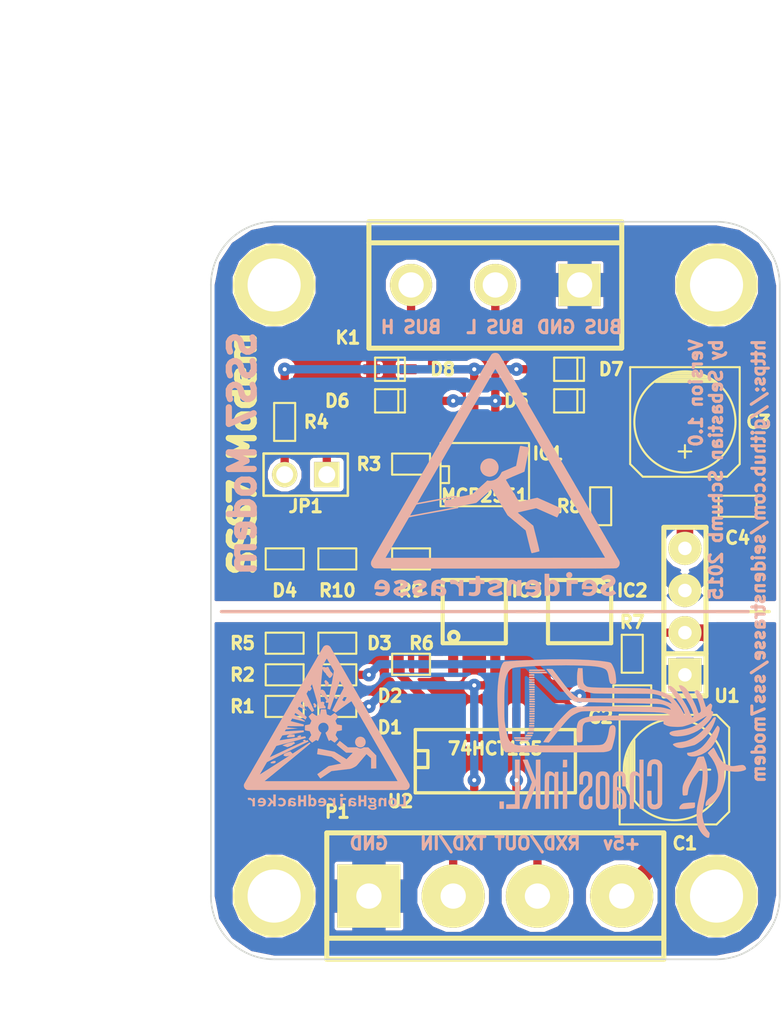
<source format=kicad_pcb>
(kicad_pcb (version 3) (host pcbnew "(2013-may-18)-stable")
  (layers (15 F.Cu signal) (0 B.Cu signal) (18 B.Paste user) (19 F.Paste user) (20 B.SilkS user) (21 F.SilkS user) (22 B.Mask user) (23 F.Mask user) (28 Edge.Cuts user))
  (net 0 "")
  (net 1 +5V)
  (net 2 BUS_5V)
  (net 3 BUS_GND)
  (net 4 GND)
  (net 5 N-0000020)
  (net 6 N-0000021)
  (net 7 N-0000022)
  (net 8 N-0000023)
  (net 9 N-0000024)
  (net 10 N-0000025)
  (net 11 N-0000026)
  (net 12 N-0000027)
  (net 13 N-000004)
  (net 14 N-000005)
  (net 15 N-000006)
  (net 16 N-000007)
  (net 17 RXD)
  (net 18 RXDout)
  (net 19 TXD)
  (net 20 TXDin)
  (module SO8E (layer F.Cu) (at 40.005 44.45)
    (fp_text reference IC1 (at 3.81 -1.27) (layer F.SilkS) (effects (font (size 0.75 0.75) (thickness 0.2))))
    (fp_text value MCP2551 (at 0 1.27) (layer F.SilkS) (effects (font (size 0.75 0.75) (thickness 0.1875))))
    (pad 8 smd rect (at -1.905 -2.667) (size 0.59944 1.39954) (layers F.Cu F.Paste F.Mask) (net 12 N-0000027))
    (pad 1 smd rect (at -1.905 2.667) (size 0.59944 1.39954) (layers F.Cu F.Paste F.Mask) (net 6 N-0000021))
    (pad 7 smd rect (at -0.635 -2.667) (size 0.59944 1.39954) (layers F.Cu F.Paste F.Mask) (net 10 N-0000025))
    (pad 6 smd rect (at 0.635 -2.667) (size 0.59944 1.39954) (layers F.Cu F.Paste F.Mask) (net 11 N-0000026))
    (pad 5 smd rect (at 1.905 -2.667) (size 0.59944 1.39954) (layers F.Cu F.Paste F.Mask))
    (pad 2 smd rect (at -0.635 2.667) (size 0.59944 1.39954) (layers F.Cu F.Paste F.Mask) (net 3 BUS_GND))
    (pad 3 smd rect (at 0.635 2.667) (size 0.59944 1.39954) (layers F.Cu F.Paste F.Mask) (net 2 BUS_5V))
    (pad 4 smd rect (at 1.905 2.667) (size 0.59944 1.39954) (layers F.Cu F.Paste F.Mask) (net 7 N-0000022))
  )
  (module SM0603 (layer F.Cu) (at 35.56 43.815 180)
    (fp_text reference R3 (at 2.54 0 180) (layer F.SilkS) (effects (font (size 0.75 0.75) (thickness 0.2))))
    (fp_text value 120 hide)
    (pad 1 smd rect (at -0.762 0 180) (size 0.635 1.143) (layers F.Cu F.Paste F.Mask) (net 12 N-0000027))
    (pad 2 smd rect (at 0.762 0 180) (size 0.635 1.143) (layers F.Cu F.Paste F.Mask) (net 3 BUS_GND))
  )
  (module SM0603 (layer F.Cu) (at 27.94 56.515)
    (fp_text reference R2 (at -2.54 0) (layer F.SilkS) (effects (font (size 0.75 0.75) (thickness 0.2))))
    (fp_text value 1k hide)
    (pad 1 smd rect (at -0.762 0) (size 0.635 1.143) (layers F.Cu F.Paste F.Mask) (net 1 +5V))
    (pad 2 smd rect (at 0.762 0) (size 0.635 1.143) (layers F.Cu F.Paste F.Mask) (net 14 N-000005))
  )
  (module SM0603 (layer F.Cu) (at 31.115 58.42)
    (fp_text reference D1 (at 3.175 1.27) (layer F.SilkS) (effects (font (size 0.75 0.75) (thickness 0.2))))
    (fp_text value LED hide)
    (pad 1 smd rect (at -0.762 0) (size 0.635 1.143) (layers F.Cu F.Paste F.Mask) (net 15 N-000006))
    (pad 2 smd rect (at 0.762 0) (size 0.635 1.143) (layers F.Cu F.Paste F.Mask) (net 19 TXD))
  )
  (module SM0603 (layer F.Cu) (at 31.115 56.515)
    (fp_text reference D2 (at 3.175 1.27) (layer F.SilkS) (effects (font (size 0.75 0.75) (thickness 0.2))))
    (fp_text value LED hide)
    (pad 1 smd rect (at -0.762 0) (size 0.635 1.143) (layers F.Cu F.Paste F.Mask) (net 14 N-000005))
    (pad 2 smd rect (at 0.762 0) (size 0.635 1.143) (layers F.Cu F.Paste F.Mask) (net 17 RXD))
  )
  (module SM0603 (layer F.Cu) (at 27.94 41.275 90)
    (fp_text reference R4 (at 0 1.905 180) (layer F.SilkS) (effects (font (size 0.75 0.75) (thickness 0.2))))
    (fp_text value 60 hide)
    (pad 1 smd rect (at -0.762 0 90) (size 0.635 1.143) (layers F.Cu F.Paste F.Mask) (net 9 N-0000024))
    (pad 2 smd rect (at 0.762 0 90) (size 0.635 1.143) (layers F.Cu F.Paste F.Mask) (net 10 N-0000025))
  )
  (module SM0603 (layer F.Cu) (at 48.895 57.785)
    (fp_text reference C2 (at -1.905 1.27) (layer F.SilkS) (effects (font (size 0.75 0.75) (thickness 0.2))))
    (fp_text value 100nF hide)
    (pad 1 smd rect (at -0.762 0) (size 0.635 1.143) (layers F.Cu F.Paste F.Mask) (net 1 +5V))
    (pad 2 smd rect (at 0.762 0) (size 0.635 1.143) (layers F.Cu F.Paste F.Mask) (net 4 GND))
  )
  (module SM0603 (layer F.Cu) (at 27.94 54.61)
    (fp_text reference R5 (at -2.54 0) (layer F.SilkS) (effects (font (size 0.75 0.75) (thickness 0.2))))
    (fp_text value 1k hide)
    (pad 1 smd rect (at -0.762 0) (size 0.635 1.143) (layers F.Cu F.Paste F.Mask) (net 1 +5V))
    (pad 2 smd rect (at 0.762 0) (size 0.635 1.143) (layers F.Cu F.Paste F.Mask) (net 5 N-0000020))
  )
  (module SM0603 (layer F.Cu) (at 31.115 54.61)
    (fp_text reference D3 (at 2.54 0) (layer F.SilkS) (effects (font (size 0.75 0.75) (thickness 0.2))))
    (fp_text value LED hide)
    (pad 1 smd rect (at -0.762 0) (size 0.635 1.143) (layers F.Cu F.Paste F.Mask) (net 5 N-0000020))
    (pad 2 smd rect (at 0.762 0) (size 0.635 1.143) (layers F.Cu F.Paste F.Mask) (net 4 GND))
  )
  (module PIN_ARRAY_2X1 (layer F.Cu) (at 29.21 44.45 180)
    (fp_text reference JP1 (at 0 -1.905 180) (layer F.SilkS) (effects (font (size 0.75 0.75) (thickness 0.2))))
    (fp_text value JUMPER hide)
    (pad 1 thru_hole rect (at -1.27 0 180) (size 1.524 1.524) (drill 1.016) (layers *.Cu *.Mask F.SilkS) (net 11 N-0000026))
    (pad 2 thru_hole circle (at 1.27 0 180) (size 1.524 1.524) (drill 1.016) (layers *.Cu *.Mask F.SilkS) (net 9 N-0000024))
  )
  (module c_elec_6.3x5.8 (layer F.Cu) (at 51.435 62.23)
    (fp_text reference C1 (at 0.635 4.445) (layer F.SilkS) (effects (font (size 0.75 0.75) (thickness 0.2))))
    (fp_text value 47uF hide)
    (pad 1 smd rect (at 2.75082 0) (size 3.59918 1.6002) (layers F.Cu F.Paste F.Mask) (net 1 +5V))
    (pad 2 smd rect (at -2.75082 0) (size 3.59918 1.6002) (layers F.Cu F.Paste F.Mask) (net 4 GND))
  )
  (module bornier4 (layer F.Cu) (at 40.64 69.85)
    (fp_text reference P1 (at -9.525 -5.08) (layer F.SilkS) (effects (font (size 0.75 0.75) (thickness 0.2))))
    (fp_text value CONN_4 hide)
    (pad 2 thru_hole circle (at -2.54 0) (size 3.81 3.81) (drill 1.524) (layers *.Cu *.Mask F.SilkS) (net 20 TXDin))
    (pad 3 thru_hole circle (at 2.54 0) (size 3.81 3.81) (drill 1.524) (layers *.Cu *.Mask F.SilkS) (net 18 RXDout))
    (pad 1 thru_hole rect (at -7.62 0) (size 3.81 3.81) (drill 1.524) (layers *.Cu *.Mask F.SilkS) (net 4 GND))
    (pad 4 thru_hole circle (at 7.62 0) (size 3.81 3.81) (drill 1.524) (layers *.Cu *.Mask F.SilkS) (net 1 +5V))
  )
  (module bornier3 (layer F.Cu) (at 40.64 33.02 180)
    (fp_text reference K1 (at 8.89 -3.175 180) (layer F.SilkS) (effects (font (size 0.75 0.75) (thickness 0.2))))
    (fp_text value CONN_3 hide)
    (pad 1 thru_hole rect (at -5.08 0 180) (size 2.54 2.54) (drill 1.524) (layers *.Cu *.Mask F.SilkS) (net 3 BUS_GND))
    (pad 2 thru_hole circle (at 0 0 180) (size 2.54 2.54) (drill 1.524) (layers *.Cu *.Mask F.SilkS) (net 11 N-0000026))
    (pad 3 thru_hole circle (at 5.08 0 180) (size 2.54 2.54) (drill 1.524) (layers *.Cu *.Mask F.SilkS) (net 10 N-0000025))
  )
  (module SM0603 (layer F.Cu) (at 27.94 58.42)
    (fp_text reference R1 (at -2.54 0) (layer F.SilkS) (effects (font (size 0.75 0.75) (thickness 0.2))))
    (fp_text value 1k hide)
    (pad 1 smd rect (at -0.762 0) (size 0.635 1.143) (layers F.Cu F.Paste F.Mask) (net 1 +5V))
    (pad 2 smd rect (at 0.762 0) (size 0.635 1.143) (layers F.Cu F.Paste F.Mask) (net 15 N-000006))
  )
  (module 1pin (layer F.Cu) (at 53.975 69.85)
    (fp_text reference 1PIN hide)
    (fp_text value P*** hide)
    (pad 1 thru_hole circle (at 0 0) (size 4.5 4.5) (drill 3.2) (layers *.Cu *.Mask F.SilkS))
  )
  (module 1pin (layer F.Cu) (at 27.305 69.85)
    (fp_text reference 1PIN hide)
    (fp_text value P*** hide)
    (pad 1 thru_hole circle (at 0 0) (size 4.5 4.5) (drill 3.2) (layers *.Cu *.Mask F.SilkS))
  )
  (module 1pin (layer F.Cu) (at 53.975 33.02)
    (fp_text reference 1PIN hide)
    (fp_text value P*** hide)
    (pad 1 thru_hole circle (at 0 0) (size 4.5 4.5) (drill 3.2) (layers *.Cu *.Mask F.SilkS))
  )
  (module 1pin (layer F.Cu) (at 27.305 33.02)
    (fp_text reference 1PIN hide)
    (fp_text value P*** hide)
    (pad 1 thru_hole circle (at 0 0) (size 4.5 4.5) (drill 3.2) (layers *.Cu *.Mask F.SilkS))
  )
  (module SM0603 (layer F.Cu) (at 46.99 46.355 270)
    (fp_text reference R8 (at 0 1.905 360) (layer F.SilkS) (effects (font (size 0.75 0.75) (thickness 0.2))))
    (fp_text value 390 hide)
    (pad 1 smd rect (at -0.762 0 270) (size 0.635 1.143) (layers F.Cu F.Paste F.Mask) (net 2 BUS_5V))
    (pad 2 smd rect (at 0.762 0 270) (size 0.635 1.143) (layers F.Cu F.Paste F.Mask) (net 8 N-0000023))
  )
  (module SM0603 (layer F.Cu) (at 35.56 49.53)
    (fp_text reference R9 (at 0 1.905) (layer F.SilkS) (effects (font (size 0.75 0.75) (thickness 0.2))))
    (fp_text value 1k hide)
    (pad 1 smd rect (at -0.762 0) (size 0.635 1.143) (layers F.Cu F.Paste F.Mask) (net 2 BUS_5V))
    (pad 2 smd rect (at 0.762 0) (size 0.635 1.143) (layers F.Cu F.Paste F.Mask) (net 6 N-0000021))
  )
  (module SM0603 (layer F.Cu) (at 48.895 55.245 270)
    (fp_text reference R7 (at -1.905 0 360) (layer F.SilkS) (effects (font (size 0.75 0.75) (thickness 0.2))))
    (fp_text value R hide)
    (pad 1 smd rect (at -0.762 0 270) (size 0.635 1.143) (layers F.Cu F.Paste F.Mask) (net 1 +5V))
    (pad 2 smd rect (at 0.762 0 270) (size 0.635 1.143) (layers F.Cu F.Paste F.Mask) (net 17 RXD))
  )
  (module SM0603 (layer F.Cu) (at 35.56 55.88)
    (fp_text reference R6 (at 0.635 -1.27) (layer F.SilkS) (effects (font (size 0.75 0.75) (thickness 0.2))))
    (fp_text value 390 hide)
    (pad 1 smd rect (at -0.762 0) (size 0.635 1.143) (layers F.Cu F.Paste F.Mask) (net 1 +5V))
    (pad 2 smd rect (at 0.762 0) (size 0.635 1.143) (layers F.Cu F.Paste F.Mask) (net 13 N-000004))
  )
  (module SM0603 (layer F.Cu) (at 55.245 46.355)
    (fp_text reference C4 (at 0 1.905) (layer F.SilkS) (effects (font (size 0.75 0.75) (thickness 0.2))))
    (fp_text value 100nF hide)
    (pad 1 smd rect (at -0.762 0) (size 0.635 1.143) (layers F.Cu F.Paste F.Mask) (net 2 BUS_5V))
    (pad 2 smd rect (at 0.762 0) (size 0.635 1.143) (layers F.Cu F.Paste F.Mask) (net 3 BUS_GND))
  )
  (module SM0603 (layer F.Cu) (at 31.115 49.53 180)
    (fp_text reference R10 (at 0 -1.905 180) (layer F.SilkS) (effects (font (size 0.75 0.75) (thickness 0.2))))
    (fp_text value 1k hide)
    (pad 1 smd rect (at -0.762 0 180) (size 0.635 1.143) (layers F.Cu F.Paste F.Mask) (net 2 BUS_5V))
    (pad 2 smd rect (at 0.762 0 180) (size 0.635 1.143) (layers F.Cu F.Paste F.Mask) (net 16 N-000007))
  )
  (module SM0603 (layer F.Cu) (at 27.94 49.53 180)
    (fp_text reference D4 (at 0 -1.905 180) (layer F.SilkS) (effects (font (size 0.75 0.75) (thickness 0.2))))
    (fp_text value LED hide)
    (pad 1 smd rect (at -0.762 0 180) (size 0.635 1.143) (layers F.Cu F.Paste F.Mask) (net 16 N-000007))
    (pad 2 smd rect (at 0.762 0 180) (size 0.635 1.143) (layers F.Cu F.Paste F.Mask) (net 3 BUS_GND))
  )
  (module SIL-4 (layer F.Cu) (at 52.07 52.705 90)
    (fp_text reference U1 (at -5.08 2.54 180) (layer F.SilkS) (effects (font (size 0.75 0.75) (thickness 0.2))))
    (fp_text value SIM1-0505 hide)
    (pad 1 thru_hole rect (at -3.81 0 90) (size 2 2) (drill 0.8128) (layers *.Cu *.Mask F.SilkS) (net 4 GND))
    (pad 2 thru_hole circle (at -1.27 0 90) (size 2 2) (drill 0.8128) (layers *.Cu *.Mask F.SilkS) (net 1 +5V))
    (pad 3 thru_hole circle (at 1.27 0 90) (size 2 2) (drill 0.8128) (layers *.Cu *.Mask F.SilkS) (net 3 BUS_GND))
    (pad 4 thru_hole circle (at 3.81 0 90) (size 2 2) (drill 0.8128) (layers *.Cu *.Mask F.SilkS) (net 2 BUS_5V))
  )
  (module c_elec_6.3x5.8 (layer F.Cu) (at 52.07 41.275 270)
    (fp_text reference C3 (at 0 -4.445 360) (layer F.SilkS) (effects (font (size 0.75 0.75) (thickness 0.2))))
    (fp_text value 47uF hide)
    (pad 1 smd rect (at 2.75082 0 270) (size 3.59918 1.6002) (layers F.Cu F.Paste F.Mask) (net 2 BUS_5V))
    (pad 2 smd rect (at -2.75082 0 270) (size 3.59918 1.6002) (layers F.Cu F.Paste F.Mask) (net 3 BUS_GND))
  )
  (module SO14E (layer F.Cu) (at 40.64 61.595)
    (fp_text reference U2 (at -5.715 2.54) (layer F.SilkS) (effects (font (size 0.75 0.75) (thickness 0.2))))
    (fp_text value 74HCT125 (at 0 -0.635) (layer F.SilkS) (effects (font (size 0.75 0.75) (thickness 0.2))))
    (pad 1 smd rect (at -3.81 2.794) (size 0.508 1.143) (layers F.Cu F.Paste F.Mask) (net 4 GND))
    (pad 2 smd rect (at -2.54 2.794) (size 0.508 1.143) (layers F.Cu F.Paste F.Mask) (net 20 TXDin))
    (pad 3 smd rect (at -1.27 2.794) (size 0.508 1.143) (layers F.Cu F.Paste F.Mask) (net 19 TXD))
    (pad 4 smd rect (at 0 2.794) (size 0.508 1.143) (layers F.Cu F.Paste F.Mask) (net 4 GND))
    (pad 5 smd rect (at 1.27 2.794) (size 0.508 1.143) (layers F.Cu F.Paste F.Mask) (net 17 RXD))
    (pad 6 smd rect (at 2.54 2.794) (size 0.508 1.143) (layers F.Cu F.Paste F.Mask) (net 18 RXDout))
    (pad 7 smd rect (at 3.81 2.794) (size 0.508 1.143) (layers F.Cu F.Paste F.Mask) (net 4 GND))
    (pad 8 smd rect (at 3.81 -2.54) (size 0.508 1.143) (layers F.Cu F.Paste F.Mask))
    (pad 9 smd rect (at 2.54 -2.54) (size 0.508 1.143) (layers F.Cu F.Paste F.Mask))
    (pad 10 smd rect (at 1.27 -2.54) (size 0.508 1.143) (layers F.Cu F.Paste F.Mask))
    (pad 11 smd rect (at 0 -2.54) (size 0.508 1.143) (layers F.Cu F.Paste F.Mask))
    (pad 12 smd rect (at -1.27 -2.54) (size 0.508 1.143) (layers F.Cu F.Paste F.Mask))
    (pad 13 smd rect (at -2.54 -2.54) (size 0.508 1.143) (layers F.Cu F.Paste F.Mask))
    (pad 14 smd rect (at -3.81 -2.54) (size 0.508 1.143) (layers F.Cu F.Paste F.Mask) (net 1 +5V))
  )
  (module sod323 (layer F.Cu) (at 45.085 40.005)
    (fp_text reference D5 (at -3.175 0) (layer F.SilkS) (effects (font (size 0.75 0.75) (thickness 0.2))))
    (fp_text value DIODE hide)
    (pad 2 smd rect (at 1.09982 0) (size 1.00076 0.59944) (layers F.Cu F.Paste F.Mask) (net 2 BUS_5V))
    (pad 1 smd rect (at -1.09982 0) (size 1.00076 0.59944) (layers F.Cu F.Paste F.Mask) (net 11 N-0000026))
  )
  (module sod323 (layer F.Cu) (at 45.085 38.1)
    (fp_text reference D7 (at 2.54 0) (layer F.SilkS) (effects (font (size 0.75 0.75) (thickness 0.2))))
    (fp_text value DIODE hide)
    (pad 2 smd rect (at 1.09982 0) (size 1.00076 0.59944) (layers F.Cu F.Paste F.Mask) (net 2 BUS_5V))
    (pad 1 smd rect (at -1.09982 0) (size 1.00076 0.59944) (layers F.Cu F.Paste F.Mask) (net 10 N-0000025))
  )
  (module sod323 (layer F.Cu) (at 34.29 40.005)
    (fp_text reference D6 (at -3.175 0) (layer F.SilkS) (effects (font (size 0.75 0.75) (thickness 0.2))))
    (fp_text value DIODE hide)
    (pad 2 smd rect (at 1.09982 0) (size 1.00076 0.59944) (layers F.Cu F.Paste F.Mask) (net 11 N-0000026))
    (pad 1 smd rect (at -1.09982 0) (size 1.00076 0.59944) (layers F.Cu F.Paste F.Mask) (net 3 BUS_GND))
  )
  (module sod323 (layer F.Cu) (at 34.29 38.1)
    (fp_text reference D8 (at 3.175 0) (layer F.SilkS) (effects (font (size 0.75 0.75) (thickness 0.2))))
    (fp_text value DIODE hide)
    (pad 2 smd rect (at 1.09982 0) (size 1.00076 0.59944) (layers F.Cu F.Paste F.Mask) (net 10 N-0000025))
    (pad 1 smd rect (at -1.09982 0) (size 1.00076 0.59944) (layers F.Cu F.Paste F.Mask) (net 3 BUS_GND))
  )
  (module mfsop6 (layer F.Cu) (at 39.37 52.705)
    (fp_text reference IC3 (at 3.175 -1.27) (layer F.SilkS) (effects (font (size 0.75 0.75) (thickness 0.2))))
    (fp_text value LTV-352T hide)
    (pad 1 smd rect (at -1.27 3.175) (size 0.61 1.52) (layers F.Cu F.Paste F.Mask) (net 13 N-000004))
    (pad 3 smd rect (at 1.27 3.175) (size 0.61 1.52) (layers F.Cu F.Paste F.Mask) (net 19 TXD))
    (pad 4 smd rect (at 1.27 -3.175) (size 0.61 1.52) (layers F.Cu F.Paste F.Mask) (net 3 BUS_GND))
    (pad 6 smd rect (at -1.27 -3.175) (size 0.61 1.52) (layers F.Cu F.Paste F.Mask) (net 6 N-0000021))
  )
  (module mfsop6 (layer F.Cu) (at 45.72 52.705 180)
    (fp_text reference IC2 (at -3.175 1.27 180) (layer F.SilkS) (effects (font (size 0.75 0.75) (thickness 0.2))))
    (fp_text value LTV-352T hide)
    (pad 1 smd rect (at -1.27 3.175 180) (size 0.61 1.52) (layers F.Cu F.Paste F.Mask) (net 8 N-0000023))
    (pad 3 smd rect (at 1.27 3.175 180) (size 0.61 1.52) (layers F.Cu F.Paste F.Mask) (net 7 N-0000022))
    (pad 4 smd rect (at 1.27 -3.175 180) (size 0.61 1.52) (layers F.Cu F.Paste F.Mask) (net 4 GND))
    (pad 6 smd rect (at -1.27 -3.175 180) (size 0.61 1.52) (layers F.Cu F.Paste F.Mask) (net 17 RXD))
  )
  (module seidenstrasse_silkbot_15_00mm (layer B.Cu) (at 40.64 44.45)
    (fp_text reference G*** hide)
    (fp_text value seidenstrasse_silkbot_15_00mm hide)
  )
  (module chaosinkl_silkbot_15_00mm (layer B.Cu) (at 48.26 60.96)
    (fp_text reference G*** hide)
    (fp_text value chaosinkl_silkbot_15_00mm hide)
  )
  (module logo_hacker_silkbot_10_00mm (layer B.Cu) (at 30.48 59.69)
    (fp_text reference G*** hide)
    (fp_text value logo_hacker_silkbot_10_00mm hide)
  )
  (gr_line (start 24.13 52.705) (end 55.88 52.705) (angle 90) (layer B.SilkS) (width 0.2))
  (gr_text "BUS L" (at 40.64 35.56) (layer B.SilkS) (effects (font (size 0.75 0.75) (thickness 0.1875)) (justify mirror)))
  (gr_text "BUS H" (at 35.56 35.56) (layer B.SilkS) (effects (font (size 0.75 0.75) (thickness 0.1875)) (justify mirror)))
  (gr_text "BUS GND" (at 45.72 35.56) (layer B.SilkS) (effects (font (size 0.75 0.75) (thickness 0.1875)) (justify mirror)))
  (gr_text GND (at 33.02 66.675) (layer B.SilkS) (effects (font (size 0.75 0.75) (thickness 0.1875)) (justify mirror)))
  (gr_text +5v (at 48.26 66.675) (layer B.SilkS) (effects (font (size 0.75 0.75) (thickness 0.1875)) (justify mirror)))
  (gr_text RXD/OUT (at 43.18 66.675) (layer B.SilkS) (effects (font (size 0.75 0.75) (thickness 0.1875)) (justify mirror)))
  (gr_text TXD/IN (at 38.1 66.675) (layer B.SilkS) (effects (font (size 0.75 0.75) (thickness 0.1875)) (justify mirror)))
  (gr_text "SSS7 Modem" (at 25.4 43.18 90) (layer F.SilkS) (effects (font (size 1.5 1.5) (thickness 0.375))))
  (gr_text https://github.com/seidenstrasse/sss7modem (at 56.515 36.195 90) (layer B.SilkS) (effects (font (size 0.75 0.75) (thickness 0.1875)) (justify left mirror)))
  (gr_text "Version 1.0\nby Sebastian Schumb 2015\n" (at 53.34 36.195 90) (layer B.SilkS) (effects (font (size 0.75 0.75) (thickness 0.1875)) (justify left mirror)))
  (gr_text "SSS7 Modem" (at 25.4 43.18 90) (layer B.SilkS) (effects (font (size 1.5 1.5) (thickness 0.375)) (justify mirror)))
  (gr_line (start 23.495 69.85) (end 23.495 33.02) (angle 90) (layer Edge.Cuts) (width 0.1))
  (gr_line (start 53.975 73.66) (end 27.305 73.66) (angle 90) (layer Edge.Cuts) (width 0.1))
  (gr_line (start 57.785 33.02) (end 57.785 69.85) (angle 90) (layer Edge.Cuts) (width 0.1))
  (gr_line (start 27.305 29.21) (end 53.975 29.21) (angle 90) (layer Edge.Cuts) (width 0.1))
  (gr_arc (start 53.975 33.02) (end 53.975 29.21) (angle 90) (layer Edge.Cuts) (width 0.1))
  (gr_arc (start 27.305 33.02) (end 23.495 33.02) (angle 90) (layer Edge.Cuts) (width 0.1))
  (gr_arc (start 27.305 69.85) (end 27.305 73.66) (angle 90) (layer Edge.Cuts) (width 0.1))
  (gr_arc (start 53.975 69.85) (end 57.785 69.85) (angle 90) (layer Edge.Cuts) (width 0.1))
  (gr_line (start 53.975 52.705) (end 57.15 52.705) (angle 90) (layer F.SilkS) (width 0.2))
  (gr_line (start 48.26 52.705) (end 50.165 52.705) (angle 90) (layer F.SilkS) (width 0.2))
  (gr_line (start 41.91 52.705) (end 43.18 52.705) (angle 90) (layer F.SilkS) (width 0.2))
  (gr_line (start 24.13 52.705) (end 36.195 52.705) (angle 90) (layer F.SilkS) (width 0.2))
  (segment (start 46.99 60.325) (end 46.99 58.42) (width 0.5) (layer F.Cu) (net 1))
  (segment (start 47.625 57.785) (end 46.99 58.42) (width 0.5) (layer F.Cu) (net 1))
  (segment (start 47.625 57.785) (end 48.133 57.785) (width 0.5) (layer F.Cu) (net 1))
  (segment (start 54.18582 60.325) (end 51.435 60.325) (width 0.5) (layer F.Cu) (net 1))
  (segment (start 51.435 60.325) (end 46.99 60.325) (width 0.5) (layer F.Cu) (net 1))
  (segment (start 46.99 60.325) (end 36.83 60.325) (width 0.5) (layer F.Cu) (net 1))
  (segment (start 54.18582 60.325) (end 53.975 60.325) (width 0.5) (layer F.Cu) (net 1))
  (segment (start 53.975 60.325) (end 54.18582 60.325) (width 0.5) (layer F.Cu) (net 1))
  (segment (start 54.18582 62.23) (end 54.18582 60.325) (width 1) (layer F.Cu) (net 1))
  (segment (start 54.18582 60.325) (end 54.18582 55.245) (width 1) (layer F.Cu) (net 1))
  (segment (start 54.18582 55.245) (end 54.18582 54.82082) (width 1) (layer F.Cu) (net 1))
  (segment (start 53.34 53.975) (end 52.07 53.975) (width 1) (layer F.Cu) (net 1))
  (segment (start 54.18582 54.82082) (end 53.34 53.975) (width 1) (layer F.Cu) (net 1))
  (segment (start 53.975 64.135) (end 53.975 62.44082) (width 1) (layer F.Cu) (net 1))
  (segment (start 53.34 64.77) (end 53.975 64.135) (width 1) (layer F.Cu) (net 1))
  (segment (start 48.26 69.85) (end 53.34 64.77) (width 1) (layer F.Cu) (net 1))
  (segment (start 53.975 62.44082) (end 54.18582 62.23) (width 1) (layer F.Cu) (net 1))
  (segment (start 36.83 59.055) (end 36.83 60.325) (width 0.5) (layer F.Cu) (net 1))
  (segment (start 36.83 60.325) (end 34.29 60.325) (width 0.5) (layer F.Cu) (net 1))
  (segment (start 36.195 57.785) (end 34.925 56.515) (width 0.5) (layer F.Cu) (net 1))
  (segment (start 36.83 58.42) (end 36.195 57.785) (width 0.5) (layer F.Cu) (net 1))
  (segment (start 36.83 59.055) (end 36.83 58.42) (width 0.5) (layer F.Cu) (net 1))
  (segment (start 34.925 56.007) (end 34.798 55.88) (width 0.5) (layer F.Cu) (net 1))
  (segment (start 34.925 56.515) (end 34.925 56.007) (width 0.5) (layer F.Cu) (net 1))
  (segment (start 27.178 59.563) (end 27.178 58.42) (width 0.5) (layer F.Cu) (net 1))
  (segment (start 34.29 60.325) (end 27.94 60.325) (width 0.5) (layer F.Cu) (net 1))
  (segment (start 27.178 59.563) (end 27.94 60.325) (width 0.5) (layer F.Cu) (net 1))
  (segment (start 34.29 60.325) (end 34.29 60.325) (width 0.5) (layer F.Cu) (net 1))
  (segment (start 27.178 56.515) (end 27.178 58.42) (width 0.5) (layer F.Cu) (net 1))
  (segment (start 48.895 54.483) (end 50.292 54.483) (width 0.5) (layer F.Cu) (net 1))
  (segment (start 50.292 54.483) (end 50.8 53.975) (width 0.5) (layer F.Cu) (net 1))
  (segment (start 50.8 53.975) (end 52.07 53.975) (width 0.5) (layer F.Cu) (net 1))
  (segment (start 27.178 56.515) (end 27.178 54.61) (width 0.5) (layer F.Cu) (net 1))
  (segment (start 52.07 46.355) (end 54.483 46.355) (width 0.5) (layer F.Cu) (net 2))
  (segment (start 46.18482 40.005) (end 46.18482 44.45) (width 0.5) (layer F.Cu) (net 2))
  (segment (start 46.18482 44.45) (end 46.355 44.45) (width 0.5) (layer F.Cu) (net 2))
  (segment (start 46.99 45.593) (end 46.99 44.45) (width 0.5) (layer F.Cu) (net 2))
  (segment (start 40.64 45.72) (end 34.29 45.72) (width 0.5) (layer F.Cu) (net 2))
  (segment (start 33.655 46.355) (end 33.655 49.53) (width 0.5) (layer F.Cu) (net 2))
  (segment (start 34.29 45.72) (end 33.655 46.355) (width 0.5) (layer F.Cu) (net 2))
  (segment (start 31.877 49.53) (end 33.655 49.53) (width 0.5) (layer F.Cu) (net 2))
  (segment (start 33.655 49.53) (end 34.798 49.53) (width 0.5) (layer F.Cu) (net 2))
  (segment (start 47.625 44.45) (end 49.53 44.45) (width 0.5) (layer F.Cu) (net 2))
  (segment (start 49.95418 44.02582) (end 52.07 44.02582) (width 0.5) (layer F.Cu) (net 2))
  (segment (start 49.53 44.45) (end 49.95418 44.02582) (width 0.5) (layer F.Cu) (net 2))
  (segment (start 40.64 47.117) (end 40.64 45.72) (width 0.5) (layer F.Cu) (net 2))
  (segment (start 41.91 44.45) (end 46.355 44.45) (width 0.5) (layer F.Cu) (net 2))
  (segment (start 40.64 45.72) (end 41.91 44.45) (width 0.5) (layer F.Cu) (net 2))
  (segment (start 46.355 44.45) (end 46.99 44.45) (width 0.5) (layer F.Cu) (net 2))
  (segment (start 46.99 44.45) (end 47.625 44.45) (width 0.5) (layer F.Cu) (net 2))
  (segment (start 46.18482 38.1) (end 46.18482 40.005) (width 0.5) (layer F.Cu) (net 2))
  (segment (start 52.07 48.895) (end 52.07 46.355) (width 1) (layer F.Cu) (net 2))
  (segment (start 52.07 46.355) (end 52.07 44.02582) (width 1) (layer F.Cu) (net 2))
  (segment (start 28.702 54.61) (end 30.353 54.61) (width 0.5) (layer F.Cu) (net 5))
  (segment (start 38.1 49.53) (end 38.1 47.117) (width 0.5) (layer F.Cu) (net 6))
  (segment (start 38.1 49.53) (end 36.322 49.53) (width 0.5) (layer F.Cu) (net 6))
  (segment (start 41.91 47.117) (end 41.91 48.895) (width 0.5) (layer F.Cu) (net 7))
  (segment (start 42.545 49.53) (end 44.45 49.53) (width 0.5) (layer F.Cu) (net 7))
  (segment (start 41.91 48.895) (end 42.545 49.53) (width 0.5) (layer F.Cu) (net 7))
  (segment (start 46.99 49.53) (end 46.99 47.117) (width 0.5) (layer F.Cu) (net 8))
  (segment (start 27.94 44.45) (end 27.94 42.037) (width 0.5) (layer F.Cu) (net 9))
  (via (at 27.94 38.1) (size 0.8) (drill 0.25) (layers F.Cu B.Cu) (net 10))
  (segment (start 39.37 38.1) (end 27.94 38.1) (width 0.5) (layer B.Cu) (net 10))
  (segment (start 27.94 38.1) (end 27.94 40.513) (width 0.5) (layer F.Cu) (net 10))
  (segment (start 36.83 38.1) (end 36.83 36.83) (width 0.5) (layer F.Cu) (net 10))
  (segment (start 36.83 36.83) (end 36.83 36.195) (width 0.5) (layer F.Cu) (net 10))
  (segment (start 35.56 34.925) (end 35.56 33.02) (width 0.5) (layer F.Cu) (net 10))
  (segment (start 36.83 36.195) (end 35.56 34.925) (width 0.5) (layer F.Cu) (net 10))
  (segment (start 39.37 41.783) (end 39.37 38.1) (width 0.5) (layer F.Cu) (net 10))
  (segment (start 39.37 38.1) (end 39.37 38.1) (width 0.5) (layer F.Cu) (net 10))
  (via (at 39.37 38.1) (size 0.8) (drill 0.25) (layers F.Cu B.Cu) (net 10))
  (segment (start 41.91 38.1) (end 39.37 38.1) (width 0.5) (layer B.Cu) (net 10))
  (via (at 41.91 38.1) (size 0.8) (drill 0.25) (layers F.Cu B.Cu) (net 10))
  (segment (start 43.98518 38.1) (end 41.91 38.1) (width 0.5) (layer F.Cu) (net 10))
  (segment (start 35.38982 38.1) (end 36.83 38.1) (width 0.5) (layer F.Cu) (net 10))
  (segment (start 36.83 38.1) (end 39.37 38.1) (width 0.5) (layer F.Cu) (net 10))
  (segment (start 39.37 38.1) (end 39.54018 38.1) (width 0.5) (layer F.Cu) (net 10))
  (segment (start 34.925 41.91) (end 31.75 41.91) (width 0.5) (layer F.Cu) (net 11))
  (segment (start 35.38982 41.44518) (end 34.925 41.91) (width 0.5) (layer F.Cu) (net 11))
  (segment (start 35.38982 40.005) (end 35.38982 41.44518) (width 0.5) (layer F.Cu) (net 11))
  (segment (start 30.48 42.545) (end 30.48 44.45) (width 0.5) (layer F.Cu) (net 11))
  (segment (start 31.115 41.91) (end 30.48 42.545) (width 0.5) (layer F.Cu) (net 11))
  (segment (start 31.75 41.91) (end 31.115 41.91) (width 0.5) (layer F.Cu) (net 11))
  (segment (start 40.64 40.005) (end 40.64 33.02) (width 0.5) (layer F.Cu) (net 11))
  (segment (start 40.64 41.783) (end 40.64 40.64) (width 0.5) (layer F.Cu) (net 11))
  (segment (start 40.64 40.64) (end 40.64 40.005) (width 0.5) (layer F.Cu) (net 11))
  (segment (start 35.38982 40.005) (end 38.1 40.005) (width 0.5) (layer F.Cu) (net 11))
  (segment (start 42.545 40.005) (end 43.815 40.005) (width 0.5) (layer F.Cu) (net 11))
  (segment (start 40.46982 40.005) (end 42.545 40.005) (width 0.5) (layer F.Cu) (net 11))
  (segment (start 40.64 40.005) (end 40.46982 40.005) (width 0.5) (layer F.Cu) (net 11))
  (via (at 40.64 40.005) (size 0.8) (drill 0.25) (layers F.Cu B.Cu) (net 11))
  (segment (start 38.1 40.005) (end 40.64 40.005) (width 0.5) (layer B.Cu) (net 11))
  (via (at 38.1 40.005) (size 0.8) (drill 0.25) (layers F.Cu B.Cu) (net 11))
  (segment (start 36.322 43.815) (end 37.465 43.815) (width 0.5) (layer F.Cu) (net 12))
  (segment (start 38.1 43.18) (end 38.1 41.783) (width 0.5) (layer F.Cu) (net 12))
  (segment (start 37.465 43.815) (end 38.1 43.18) (width 0.5) (layer F.Cu) (net 12))
  (segment (start 38.1 55.88) (end 36.322 55.88) (width 0.5) (layer F.Cu) (net 13))
  (segment (start 28.702 56.515) (end 30.353 56.515) (width 0.5) (layer F.Cu) (net 14))
  (segment (start 28.702 58.42) (end 30.353 58.42) (width 0.5) (layer F.Cu) (net 15))
  (segment (start 30.353 49.53) (end 28.702 49.53) (width 0.5) (layer F.Cu) (net 16))
  (segment (start 42.545 55.88) (end 44.45 57.785) (width 0.5) (layer B.Cu) (net 17))
  (segment (start 41.91 55.88) (end 42.545 55.88) (width 0.5) (layer B.Cu) (net 17))
  (via (at 45.72 57.785) (size 0.8) (drill 0.25) (layers F.Cu B.Cu) (net 17))
  (segment (start 45.72 57.785) (end 44.45 57.785) (width 0.5) (layer B.Cu) (net 17))
  (segment (start 46.355 57.785) (end 46.99 57.15) (width 0.5) (layer F.Cu) (net 17))
  (segment (start 46.99 57.15) (end 46.99 55.88) (width 0.5) (layer F.Cu) (net 17))
  (segment (start 46.355 57.785) (end 45.72 57.785) (width 0.5) (layer F.Cu) (net 17))
  (segment (start 33.02 56.515) (end 31.877 56.515) (width 0.5) (layer F.Cu) (net 17))
  (segment (start 33.655 55.88) (end 41.91 55.88) (width 0.5) (layer B.Cu) (net 17))
  (segment (start 33.02 56.515) (end 33.655 55.88) (width 0.5) (layer B.Cu) (net 17))
  (via (at 33.02 56.515) (size 0.8) (drill 0.25) (layers F.Cu B.Cu) (net 17))
  (segment (start 41.91 64.389) (end 41.91 62.865) (width 0.5) (layer F.Cu) (net 17))
  (segment (start 41.91 55.88) (end 41.91 62.865) (width 0.5) (layer B.Cu) (net 17))
  (via (at 41.91 62.865) (size 0.8) (drill 0.25) (layers F.Cu B.Cu) (net 17))
  (segment (start 48.895 56.007) (end 47.752 56.007) (width 0.5) (layer F.Cu) (net 17))
  (segment (start 47.752 56.007) (end 47.625 55.88) (width 0.5) (layer F.Cu) (net 17))
  (segment (start 47.625 55.88) (end 46.99 55.88) (width 0.5) (layer F.Cu) (net 17))
  (segment (start 43.18 64.389) (end 43.18 70.485) (width 0.5) (layer F.Cu) (net 18))
  (via (at 33.02 58.42) (size 0.8) (drill 0.25) (layers F.Cu B.Cu) (net 19))
  (segment (start 34.29 57.15) (end 33.02 58.42) (width 0.5) (layer B.Cu) (net 19))
  (segment (start 39.37 57.15) (end 34.29 57.15) (width 0.5) (layer B.Cu) (net 19))
  (segment (start 33.02 58.42) (end 31.877 58.42) (width 0.5) (layer F.Cu) (net 19))
  (segment (start 40.64 55.88) (end 40.64 56.515) (width 0.5) (layer F.Cu) (net 19))
  (segment (start 39.37 57.15) (end 39.37 62.865) (width 0.5) (layer B.Cu) (net 19))
  (via (at 39.37 57.15) (size 0.8) (drill 0.25) (layers F.Cu B.Cu) (net 19))
  (segment (start 40.005 57.15) (end 39.37 57.15) (width 0.5) (layer F.Cu) (net 19))
  (segment (start 40.64 56.515) (end 40.005 57.15) (width 0.5) (layer F.Cu) (net 19))
  (segment (start 39.37 64.389) (end 39.37 62.865) (width 0.5) (layer F.Cu) (net 19))
  (via (at 39.37 62.865) (size 0.8) (drill 0.25) (layers F.Cu B.Cu) (net 19))
  (segment (start 39.37 62.865) (end 39.37 62.865) (width 0.5) (layer B.Cu) (net 19))
  (segment (start 38.1 70.485) (end 38.1 64.389) (width 0.5) (layer F.Cu) (net 20))
  (zone (net 3) (net_name BUS_GND) (layer F.Cu) (connect_pads (clearance 0.17)) (min_thickness 0.17) (fill (arc_segments 16) (thermal_gap 0.17) (thermal_bridge_width 2))
    (polygon (pts (xy 23.495 29.21) (xy 23.495 52.07) (xy 57.785 52.07) (xy 57.785 29.21)))
  )
  (zone (net 4) (net_name GND) (layer F.Cu) (connect_pads (clearance 0.17)) (min_thickness 0.17) (fill (arc_segments 16) (thermal_gap 0.17) (thermal_bridge_width 2))
    (polygon (pts (xy 23.495 53.34) (xy 57.785 53.34) (xy 57.785 73.66) (xy 23.495 73.66)))
  )
  (zone (net 3) (net_name BUS_GND) (layer B.Cu) (connect_pads (clearance 0.17)) (min_thickness 0.17) (fill (arc_segments 16) (thermal_gap 0.17) (thermal_bridge_width 2))
    (polygon (pts (xy 23.495 29.21) (xy 23.495 52.07) (xy 57.785 52.07) (xy 57.785 29.21)))
  )
  (zone (net 4) (net_name GND) (layer B.Cu) (connect_pads (clearance 0.17)) (min_thickness 0.17) (fill (arc_segments 16) (thermal_gap 0.17) (thermal_bridge_width 2))
    (polygon (pts (xy 23.495 53.34) (xy 23.495 73.66) (xy 57.785 73.66) (xy 57.785 53.34)))
  )
)
</source>
